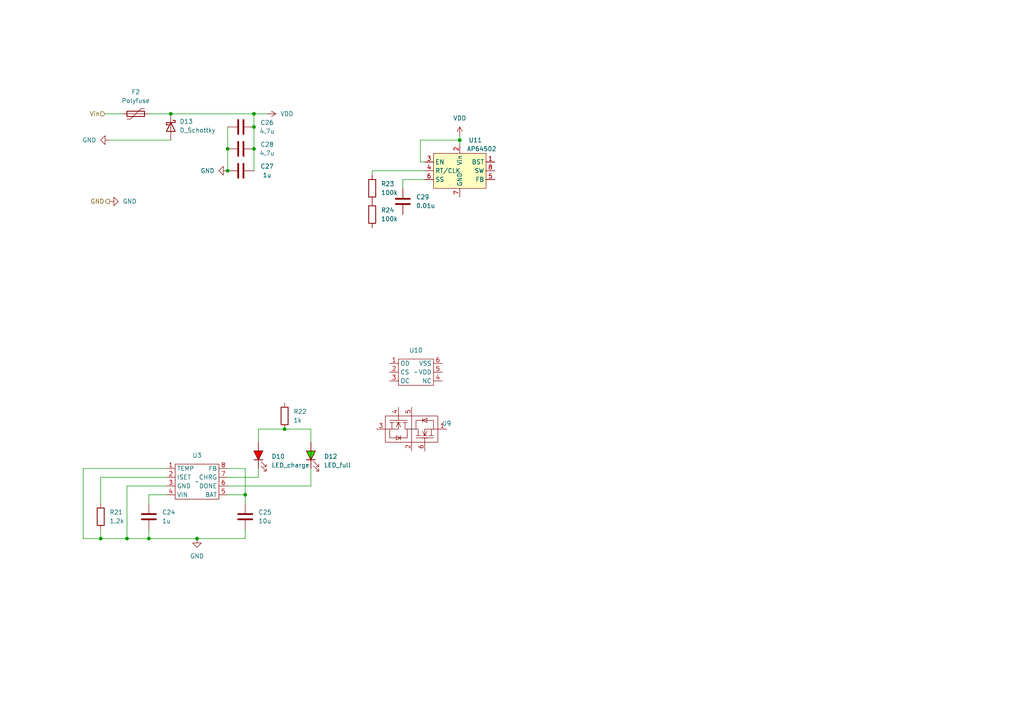
<source format=kicad_sch>
(kicad_sch (version 20230121) (generator eeschema)
  (paper "A4")
  (lib_symbols
    (symbol "Device:C" (pin_numbers hide) (pin_names (offset 0.254))
      (property "Reference" "C" (at 0.635 2.54 0))
      (property "Value" "C" (at 0.635 -2.54 0))
      (symbol "C_0_1"
        (polyline (pts (xy -2.032 -0.762) (xy 2.032 -0.762)) (stroke (width 0.508)))
        (polyline (pts (xy -2.032 0.762) (xy 2.032 0.762)) (stroke (width 0.508)))
      )
      (symbol "C_1_1"
        (pin passive line (at 0 3.81 270) (length 2.794) (name "~") (number "1"))
        (pin passive line (at 0 -3.81 90) (length 2.794) (name "~") (number "2"))
      )
    )
    (symbol "Device:D_Schottky" (pin_numbers hide) (pin_names (offset 1.016) hide)
      (property "Reference" "D" (at 0 2.54 0))
      (property "Value" "D_Schottky" (at 0 -2.54 0))
      (symbol "D_Schottky_0_1"
        (polyline (pts (xy 1.27 0) (xy -1.27 0)))
        (polyline (pts (xy 1.27 1.27) (xy 1.27 -1.27) (xy -1.27 0) (xy 1.27 1.27)) (stroke (width 0.254)))
        (polyline (pts (xy -1.905 0.635) (xy -1.905 1.27) (xy -1.27 1.27) (xy -1.27 -1.27) (xy -0.635 -1.27) (xy -0.635 -0.635)) (stroke (width 0.254)))
      )
      (symbol "D_Schottky_1_1"
        (pin passive line (at -3.81 0 0) (length 2.54) (name "K") (number "1"))
        (pin passive line (at 3.81 0 180) (length 2.54) (name "A") (number "2"))
      )
    )
    (symbol "Device:LED_Filled" (pin_numbers hide) (pin_names (offset 1.016) hide)
      (property "Reference" "D12" (at -0.3175 -3.81 90))
      (property "Value" "LED_Filled" (at -2.8575 -3.81 90))
      (symbol "LED_Filled_0_1"
        (polyline (pts (xy -1.27 -1.27) (xy -1.27 1.27)) (stroke (width 0.254)))
        (polyline (pts (xy -1.27 0) (xy 1.27 0)))
        (polyline (pts (xy -3.048 -0.762) (xy -4.572 -2.286) (xy -3.81 -2.286) (xy -4.572 -2.286) (xy -4.572 -1.524)))
        (polyline (pts (xy -1.778 -0.762) (xy -3.302 -2.286) (xy -2.54 -2.286) (xy -3.302 -2.286) (xy -3.302 -1.524)))
      )
      (symbol "LED_Filled_1_1"
        (polyline (pts (xy 1.27 -1.27) (xy 1.27 1.27) (xy -1.27 0) (xy 1.27 -1.27)) (stroke (width 0.254)) (fill (type color) (color 0 255 0 1)))
        (pin passive line (at -3.81 0 0) (length 2.54) (name "K") (number "1"))
        (pin passive line (at 3.81 0 180) (length 2.54) (name "A") (number "2"))
      )
    )
    (symbol "Device:Polyfuse" (pin_numbers hide) (pin_names (offset 0))
      (property "Reference" "F" (at -2.54 0 90))
      (property "Value" "Polyfuse" (at 2.54 0 90))
      (symbol "Polyfuse_0_1"
        (rectangle (start -0.762 2.54) (end 0.762 -2.54) (stroke (width 0.254)))
        (polyline (pts (xy 0 2.54) (xy 0 -2.54)))
        (polyline (pts (xy -1.524 2.54) (xy -1.524 1.524) (xy 1.524 -1.524) (xy 1.524 -2.54)))
      )
      (symbol "Polyfuse_1_1"
        (pin passive line (at 0 3.81 270) (length 1.27) (name "~") (number "1"))
        (pin passive line (at 0 -3.81 90) (length 1.27) (name "~") (number "2"))
      )
    )
    (symbol "Device:R" (pin_numbers hide) (pin_names (offset 0))
      (property "Reference" "R" (at 2.032 0 90))
      (property "Value" "R" (at 0 0 90))
      (symbol "R_0_1"
        (rectangle (start -1.016 -2.54) (end 1.016 2.54) (stroke (width 0.254)))
      )
      (symbol "R_1_1"
        (pin passive line (at 0 3.81 270) (length 1.27) (name "~") (number "1"))
        (pin passive line (at 0 -3.81 90) (length 1.27) (name "~") (number "2"))
      )
    )
    (symbol "LED_Filled_1" (pin_numbers hide) (pin_names (offset 1.016) hide)
      (property "Reference" "D10" (at -0.3175 -3.81 90))
      (property "Value" "LED_Filled" (at -2.8575 -3.81 90))
      (symbol "LED_Filled_1_0_1"
        (polyline (pts (xy -1.27 -1.27) (xy -1.27 1.27)) (stroke (width 0.254)))
        (polyline (pts (xy -1.27 0) (xy 1.27 0)))
        (polyline (pts (xy -3.048 -0.762) (xy -4.572 -2.286) (xy -3.81 -2.286) (xy -4.572 -2.286) (xy -4.572 -1.524)))
        (polyline (pts (xy -1.778 -0.762) (xy -3.302 -2.286) (xy -2.54 -2.286) (xy -3.302 -2.286) (xy -3.302 -1.524)))
      )
      (symbol "LED_Filled_1_1_1"
        (polyline (pts (xy 1.27 -1.27) (xy 1.27 1.27) (xy -1.27 0) (xy 1.27 -1.27)) (stroke (width 0.254)) (fill (type color) (color 255 0 0 1)))
        (pin passive line (at -3.81 0 0) (length 2.54) (name "K") (number "1"))
        (pin passive line (at 3.81 0 180) (length 2.54) (name "A") (number "2"))
      )
    )
    (symbol "mylib:AP64502"
      (property "Reference" "U" (at 5.08 10.16 0))
      (symbol "AP64502_1_1"
        (rectangle (start -7.62 5.08) (end 7.62 -5.08) (fill (type background)))
        (pin passive line (at 10.16 2.54 180) (length 2.54) (name "BST") (number "1"))
        (pin passive line (at 0 7.62 270) (length 2.54) (name "Vin") (number "2"))
        (pin passive line (at -10.16 2.54 0) (length 2.54) (name "EN") (number "3"))
        (pin passive line (at -10.16 0 0) (length 2.54) (name "RT/CLK") (number "4"))
        (pin passive line (at 10.16 -2.54 180) (length 2.54) (name "FB") (number "5"))
        (pin passive line (at -10.16 -2.54 0) (length 2.54) (name "SS") (number "6"))
        (pin passive line (at 0 -7.62 90) (length 2.54) (name "GND") (number "7"))
        (pin passive line (at 10.16 0 180) (length 2.54) (name "SW") (number "8"))
        (pin passive line (at 0 -7.62 90) (length 2.54) hide (name "PAD") (number "9"))
      )
    )
    (symbol "mylib:CN3058E"
      (property "Reference" "U" (at 0 8.89 0))
      (symbol "CN3058E_0_1"
        (rectangle (start -6.35 5.08) (end 6.35 -5.08))
      )
      (symbol "CN3058E_1_1"
        (pin passive line (at -8.89 3.81 0) (length 2.54) (name "TEMP") (number "1"))
        (pin input line (at -8.89 1.27 0) (length 2.54) (name "ISET") (number "2"))
        (pin input line (at -8.89 -1.27 0) (length 2.54) (name "GND") (number "3"))
        (pin input line (at -8.89 -3.81 0) (length 2.54) (name "VIN") (number "4"))
        (pin input line (at 8.89 -3.81 180) (length 2.54) (name "BAT") (number "5"))
        (pin input line (at 8.89 -1.27 180) (length 2.54) (name "DONE") (number "6"))
        (pin input line (at 8.89 1.27 180) (length 2.54) (name "CHRG") (number "7"))
        (pin input line (at 8.89 3.81 180) (length 2.54) (name "FB") (number "8"))
      )
    )
    (symbol "mylib:FS8205"
      (property "Reference" "U" (at 0 10.16 0))
      (symbol "FS8205_0_1"
        (rectangle (start -7.62 3.81) (end 7.62 -3.81))
        (polyline (pts (xy -6.35 2.54) (xy -1.27 2.54)))
        (polyline (pts (xy -5.715 1.905) (xy -5.715 0)))
        (polyline (pts (xy -5.08 1.905) (xy -6.35 1.905)))
        (polyline (pts (xy -3.81 1.905) (xy -4.445 0.635)))
        (polyline (pts (xy -3.81 1.905) (xy -3.175 0.635)))
        (polyline (pts (xy -3.81 3.81) (xy -3.81 2.54)))
        (polyline (pts (xy -3.175 -1.905) (xy -3.175 -3.175)))
        (polyline (pts (xy -3.175 1.905) (xy -4.445 1.905)))
        (polyline (pts (xy -1.27 1.905) (xy -2.54 1.905)))
        (polyline (pts (xy 0 3.81) (xy 0 -3.81)))
        (polyline (pts (xy 1.27 -2.54) (xy 6.35 -2.54)))
        (polyline (pts (xy 2.54 -1.905) (xy 1.27 -1.905)))
        (polyline (pts (xy 3.175 -2.54) (xy 4.445 -2.54)))
        (polyline (pts (xy 3.175 -1.905) (xy 4.445 -1.905)))
        (polyline (pts (xy 3.175 3.175) (xy 3.175 1.905)))
        (polyline (pts (xy 3.81 -2.54) (xy 3.81 -3.81)))
        (polyline (pts (xy 3.81 -1.905) (xy 3.175 -0.635)))
        (polyline (pts (xy 3.81 -1.905) (xy 4.445 -0.635)))
        (polyline (pts (xy 5.08 -1.905) (xy 6.35 -1.905)))
        (polyline (pts (xy 5.715 -1.905) (xy 5.715 0)))
        (polyline (pts (xy -3.81 1.905) (xy -3.81 0) (xy -7.62 0)))
        (polyline (pts (xy 0 0) (xy -1.905 0) (xy -1.905 1.905)))
        (polyline (pts (xy 0 0) (xy 1.905 0) (xy 1.905 -1.905)))
        (polyline (pts (xy 3.81 -1.905) (xy 3.81 0) (xy 7.62 0)))
        (polyline (pts (xy -6.35 0) (xy -6.35 -2.54) (xy -1.27 -2.54) (xy -1.27 0)))
        (polyline (pts (xy -3.175 -2.54) (xy -4.445 -1.905) (xy -4.445 -3.175) (xy -3.175 -2.54)))
        (polyline (pts (xy 3.175 2.54) (xy 4.445 3.175) (xy 4.445 1.905) (xy 3.175 2.54)))
        (polyline (pts (xy 6.35 0) (xy 6.35 2.54) (xy 1.27 2.54) (xy 1.27 0)))
      )
      (symbol "FS8205_1_1"
        (pin passive line (at 10.16 0 180) (length 2.54) (name "") (number "1"))
        (pin passive line (at 0 -6.35 90) (length 2.54) (name "") (number "2"))
        (pin passive line (at -10.16 0 0) (length 2.54) (name "") (number "3"))
        (pin passive line (at -3.81 6.35 270) (length 2.54) (name "") (number "4"))
        (pin passive line (at 0 6.35 270) (length 2.54) (name "") (number "5"))
        (pin passive line (at 3.81 -6.35 90) (length 2.54) (name "") (number "6"))
      )
    )
    (symbol "mylib:HY2112"
      (property "Reference" "U" (at 0 6.35 0))
      (symbol "HY2112_0_1"
        (rectangle (start -5.08 3.81) (end 5.08 -3.81))
      )
      (symbol "HY2112_1_1"
        (pin passive line (at -7.62 2.54 0) (length 2.54) (name "OD") (number "1"))
        (pin passive line (at -7.62 0 0) (length 2.54) (name "CS") (number "2"))
        (pin passive line (at -7.62 -2.54 0) (length 2.54) (name "OC") (number "3"))
        (pin passive line (at 7.62 -2.54 180) (length 2.54) (name "NC") (number "4"))
        (pin passive line (at 7.62 0 180) (length 2.54) (name "VDD") (number "5"))
        (pin passive line (at 7.62 2.54 180) (length 2.54) (name "VSS") (number "6"))
      )
    )
    (symbol "power:GND" (power) (pin_names (offset 0))
      (property "Value" "GND" (at 0 -3.81 0))
      (symbol "GND_0_1"
        (polyline (pts (xy 0 0) (xy 0 -1.27) (xy 1.27 -1.27) (xy 0 -2.54) (xy -1.27 -1.27) (xy 0 -1.27)))
      )
      (symbol "GND_1_1"
        (pin power_in line (at 0 0 270) (length 0) hide (name "GND") (number "1"))
      )
    )
    (symbol "power:VDD" (power) (pin_names (offset 0))
      (property "Value" "VDD" (at 0 3.81 0))
      (symbol "VDD_0_1"
        (polyline (pts (xy -0.762 1.27) (xy 0 2.54)))
        (polyline (pts (xy 0 0) (xy 0 2.54)))
        (polyline (pts (xy 0 2.54) (xy 0.762 1.27)))
      )
      (symbol "VDD_1_1"
        (pin power_in line (at 0 0 90) (length 0) hide (name "VDD") (number "1"))
      )
    )
  )
  (junction (at 43.18 156.21))
  (junction (at 73.66 43.18))
  (junction (at 29.21 156.21))
  (junction (at 36.83 156.21))
  (junction (at 82.55 124.46))
  (junction (at 66.04 43.18))
  (junction (at 57.15 156.21))
  (junction (at 133.35 40.64))
  (junction (at 66.04 49.53))
  (junction (at 73.66 36.83))
  (junction (at 73.66 33.02))
  (junction (at 71.12 143.51))
  (junction (at 49.53 33.02))
  (wire (pts (xy 66.04 140.97) (xy 90.17 140.97)))
  (wire (pts (xy 74.93 138.43) (xy 74.93 135.89)))
  (wire (pts (xy 36.83 156.21) (xy 43.18 156.21)))
  (wire (pts (xy 24.13 156.21) (xy 29.21 156.21)))
  (wire (pts (xy 90.17 140.97) (xy 90.17 135.89)))
  (wire (pts (xy 48.26 135.89) (xy 24.13 135.89)))
  (wire (pts (xy 73.66 33.02) (xy 77.47 33.02)))
  (wire (pts (xy 36.83 140.97) (xy 36.83 156.21)))
  (wire (pts (xy 31.75 40.64) (xy 49.53 40.64)))
  (wire (pts (xy 73.66 36.83) (xy 73.66 33.02)))
  (wire (pts (xy 43.18 156.21) (xy 43.18 153.67)))
  (wire (pts (xy 116.84 54.61) (xy 116.84 52.07)))
  (wire (pts (xy 71.12 143.51) (xy 71.12 146.05)))
  (wire (pts (xy 90.17 124.46) (xy 82.55 124.46)))
  (wire (pts (xy 43.18 143.51) (xy 48.26 143.51)))
  (wire (pts (xy 73.66 36.83) (xy 73.66 43.18)))
  (wire (pts (xy 133.35 40.64) (xy 121.92 40.64)))
  (wire (pts (xy 116.84 52.07) (xy 123.19 52.07)))
  (wire (pts (xy 73.66 43.18) (xy 73.66 49.53)))
  (wire (pts (xy 29.21 146.05) (xy 29.21 138.43)))
  (wire (pts (xy 66.04 138.43) (xy 74.93 138.43)))
  (wire (pts (xy 121.92 46.99) (xy 123.19 46.99)))
  (wire (pts (xy 57.15 156.21) (xy 71.12 156.21)))
  (wire (pts (xy 29.21 138.43) (xy 48.26 138.43)))
  (wire (pts (xy 24.13 135.89) (xy 24.13 156.21)))
  (wire (pts (xy 133.35 40.64) (xy 133.35 41.91)))
  (wire (pts (xy 121.92 40.64) (xy 121.92 46.99)))
  (wire (pts (xy 57.15 156.21) (xy 43.18 156.21)))
  (wire (pts (xy 29.21 156.21) (xy 36.83 156.21)))
  (wire (pts (xy 30.48 33.02) (xy 35.56 33.02)))
  (wire (pts (xy 71.12 153.67) (xy 71.12 156.21)))
  (wire (pts (xy 133.35 39.37) (xy 133.35 40.64)))
  (wire (pts (xy 74.93 128.27) (xy 74.93 124.46)))
  (wire (pts (xy 49.53 33.02) (xy 73.66 33.02)))
  (wire (pts (xy 107.95 49.53) (xy 123.19 49.53)))
  (wire (pts (xy 90.17 128.27) (xy 90.17 124.46)))
  (wire (pts (xy 66.04 36.83) (xy 66.04 43.18)))
  (wire (pts (xy 29.21 153.67) (xy 29.21 156.21)))
  (wire (pts (xy 48.26 140.97) (xy 36.83 140.97)))
  (wire (pts (xy 43.18 146.05) (xy 43.18 143.51)))
  (wire (pts (xy 107.95 50.8) (xy 107.95 49.53)))
  (wire (pts (xy 74.93 124.46) (xy 82.55 124.46)))
  (wire (pts (xy 71.12 135.89) (xy 71.12 143.51)))
  (wire (pts (xy 66.04 135.89) (xy 71.12 135.89)))
  (wire (pts (xy 66.04 143.51) (xy 71.12 143.51)))
  (wire (pts (xy 66.04 43.18) (xy 66.04 49.53)))
  (wire (pts (xy 43.18 33.02) (xy 49.53 33.02)))
  (hierarchical_label "Vin" (shape input) (at 30.48 33.02 180))
  (hierarchical_label "GND" (shape output) (at 31.75 58.42 180))
  (symbol (lib_id "mylib:CN3058E") (at 57.15 139.7 0) (unit 1)
    (property "Reference" "U3" (at 57.15 132.08 0))
    (property "Value" "~" (at 57.15 139.7 0))
  )
  (symbol (lib_id "mylib:HY2112") (at 120.65 107.95 0) (unit 1)
    (property "Reference" "U10" (at 120.65 101.6 0))
    (property "Value" "~" (at 120.65 107.95 0))
  )
  (symbol (lib_id "mylib:AP64502") (at 133.35 49.53 0) (unit 1)
    (property "Reference" "U11" (at 135.89 40.64 0) (effects (justify left)))
    (property "Value" "AP64502" (at 139.7 43.18 0))
    (property "Footprint" "Package_SO:Diodes_SO-8EP" (effects hide))
  )
  (symbol (lib_id "Device:C") (at 116.84 58.42 0) (unit 1)
    (property "Reference" "C29" (at 120.65 57.15 0) (effects (justify left)))
    (property "Value" "0.01u" (at 120.65 59.69 0) (effects (justify left)))
  )
  (symbol (lib_id "Device:C") (at 69.85 43.18 90) (unit 1)
    (property "Reference" "C28" (at 77.47 41.91 90))
    (property "Value" "4.7u" (at 77.47 44.45 90))
  )
  (symbol (lib_id "Device:R") (at 29.21 149.86 0) (unit 1)
    (property "Reference" "R21" (at 31.75 148.59 0) (effects (justify left)))
    (property "Value" "1.2k" (at 31.75 151.13 0) (effects (justify left)))
  )
  (symbol (lib_id "Device:LED_Filled") (at 90.17 132.08 90) (unit 1)
    (property "Reference" "D12" (at 93.98 132.3975 90) (effects (justify right)))
    (property "Value" "LED_full" (at 93.98 134.9375 90) (effects (justify right)))
  )
  (symbol (lib_id "mylib:FS8205") (at 119.38 124.46 0) (unit 1)
    (property "Reference" "U9" (at 129.54 122.8091 0))
    (property "Value" "~" (at 119.38 124.46 0))
  )
  (symbol (lib_id "power:VDD") (at 77.47 33.02 270) (unit 1)
    (property "Reference" "#PWR058" (effects hide))
    (property "Value" "VDD" (at 81.28 33.02 90) (effects (justify left)))
  )
  (symbol (lib_id "Device:R") (at 107.95 54.61 0) (unit 1)
    (property "Reference" "R23" (at 110.49 53.34 0) (effects (justify left)))
    (property "Value" "100k" (at 110.49 55.88 0) (effects (justify left)))
  )
  (symbol (lib_id "Device:C") (at 43.18 149.86 0) (unit 1)
    (property "Reference" "C24" (at 46.99 148.59 0) (effects (justify left)))
    (property "Value" "1u" (at 46.99 151.13 0) (effects (justify left)))
  )
  (symbol (lib_name "LED_Filled_1") (lib_id "Device:LED_Filled") (at 74.93 132.08 90) (unit 1)
    (property "Reference" "D10" (at 78.74 132.3975 90) (effects (justify right)))
    (property "Value" "LED_charge" (at 78.74 134.9375 90) (effects (justify right)))
  )
  (symbol (lib_id "Device:R") (at 107.95 62.23 0) (unit 1)
    (property "Reference" "R24" (at 110.49 60.96 0) (effects (justify left)))
    (property "Value" "100k" (at 110.49 63.5 0) (effects (justify left)))
  )
  (symbol (lib_id "Device:Polyfuse") (at 39.37 33.02 90) (unit 1)
    (property "Reference" "F2" (at 39.37 26.67 90))
    (property "Value" "Polyfuse" (at 39.37 29.21 90))
  )
  (symbol (lib_id "Device:R") (at 82.55 120.65 0) (unit 1)
    (property "Reference" "R22" (at 85.09 119.38 0) (effects (justify left)))
    (property "Value" "1k" (at 85.09 121.92 0) (effects (justify left)))
  )
  (symbol (lib_id "power:GND") (at 57.15 156.21 0) (unit 1)
    (property "Reference" "#PWR055" (effects hide))
    (property "Value" "GND" (at 57.15 161.29 0))
  )
  (symbol (lib_id "power:GND") (at 31.75 58.42 90) (unit 1)
    (property "Reference" "#PWR057" (effects hide))
    (property "Value" "GND" (at 35.56 58.42 90) (effects (justify right)))
  )
  (symbol (lib_id "Device:D_Schottky") (at 49.53 36.83 270) (unit 1)
    (property "Reference" "D13" (at 52.07 35.2425 90) (effects (justify left)))
    (property "Value" "D_Schottky" (at 52.07 37.7825 90) (effects (justify left)))
  )
  (symbol (lib_id "power:GND") (at 66.04 49.53 270) (unit 1)
    (property "Reference" "#PWR059" (effects hide))
    (property "Value" "GND" (at 62.23 49.53 90) (effects (justify right)))
  )
  (symbol (lib_id "Device:C") (at 69.85 49.53 90) (unit 1)
    (property "Reference" "C27" (at 77.47 48.26 90))
    (property "Value" "1u" (at 77.47 50.8 90))
  )
  (symbol (lib_id "power:GND") (at 31.75 40.64 270) (unit 1)
    (property "Reference" "#PWR056" (effects hide))
    (property "Value" "GND" (at 27.94 40.64 90) (effects (justify right)))
  )
  (symbol (lib_id "power:VDD") (at 133.35 39.37 0) (unit 1)
    (property "Reference" "#PWR060" (effects hide))
    (property "Value" "VDD" (at 133.35 34.29 0))
  )
  (symbol (lib_id "Device:C") (at 71.12 149.86 0) (unit 1)
    (property "Reference" "C25" (at 74.93 148.59 0) (effects (justify left)))
    (property "Value" "10u" (at 74.93 151.13 0) (effects (justify left)))
  )
  (symbol (lib_id "Device:C") (at 69.85 36.83 90) (unit 1)
    (property "Reference" "C26" (at 77.47 35.56 90))
    (property "Value" "4.7u" (at 77.47 38.1 90))
  )
)
</source>
